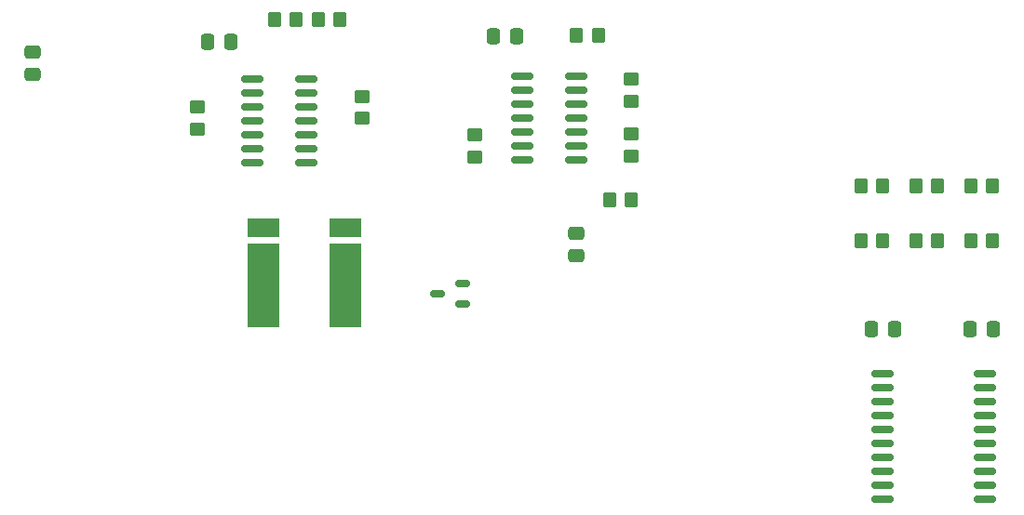
<source format=gbr>
%TF.GenerationSoftware,KiCad,Pcbnew,8.0.1*%
%TF.CreationDate,2024-07-30T14:49:36+02:00*%
%TF.ProjectId,driver,64726976-6572-42e6-9b69-6361645f7063,rev?*%
%TF.SameCoordinates,Original*%
%TF.FileFunction,Paste,Bot*%
%TF.FilePolarity,Positive*%
%FSLAX46Y46*%
G04 Gerber Fmt 4.6, Leading zero omitted, Abs format (unit mm)*
G04 Created by KiCad (PCBNEW 8.0.1) date 2024-07-30 14:49:36*
%MOMM*%
%LPD*%
G01*
G04 APERTURE LIST*
G04 Aperture macros list*
%AMRoundRect*
0 Rectangle with rounded corners*
0 $1 Rounding radius*
0 $2 $3 $4 $5 $6 $7 $8 $9 X,Y pos of 4 corners*
0 Add a 4 corners polygon primitive as box body*
4,1,4,$2,$3,$4,$5,$6,$7,$8,$9,$2,$3,0*
0 Add four circle primitives for the rounded corners*
1,1,$1+$1,$2,$3*
1,1,$1+$1,$4,$5*
1,1,$1+$1,$6,$7*
1,1,$1+$1,$8,$9*
0 Add four rect primitives between the rounded corners*
20,1,$1+$1,$2,$3,$4,$5,0*
20,1,$1+$1,$4,$5,$6,$7,0*
20,1,$1+$1,$6,$7,$8,$9,0*
20,1,$1+$1,$8,$9,$2,$3,0*%
G04 Aperture macros list end*
%ADD10RoundRect,0.250000X-0.350000X-0.450000X0.350000X-0.450000X0.350000X0.450000X-0.350000X0.450000X0*%
%ADD11RoundRect,0.250000X0.337500X0.475000X-0.337500X0.475000X-0.337500X-0.475000X0.337500X-0.475000X0*%
%ADD12RoundRect,0.250000X-0.450000X0.350000X-0.450000X-0.350000X0.450000X-0.350000X0.450000X0.350000X0*%
%ADD13RoundRect,0.150000X0.825000X0.150000X-0.825000X0.150000X-0.825000X-0.150000X0.825000X-0.150000X0*%
%ADD14RoundRect,0.250000X0.450000X-0.350000X0.450000X0.350000X-0.450000X0.350000X-0.450000X-0.350000X0*%
%ADD15R,2.946400X7.620000*%
%ADD16R,2.946400X1.676400*%
%ADD17RoundRect,0.150000X0.875000X0.150000X-0.875000X0.150000X-0.875000X-0.150000X0.875000X-0.150000X0*%
%ADD18RoundRect,0.250000X-0.475000X0.337500X-0.475000X-0.337500X0.475000X-0.337500X0.475000X0.337500X0*%
%ADD19RoundRect,0.250000X0.475000X-0.337500X0.475000X0.337500X-0.475000X0.337500X-0.475000X-0.337500X0*%
%ADD20RoundRect,0.150000X0.512500X0.150000X-0.512500X0.150000X-0.512500X-0.150000X0.512500X-0.150000X0*%
G04 APERTURE END LIST*
D10*
%TO.C,R7*%
X234350000Y-74175000D03*
X236350000Y-74175000D03*
%TD*%
D11*
%TO.C,C6*%
X203037500Y-60500000D03*
X200962500Y-60500000D03*
%TD*%
D12*
%TO.C,R10*%
X199250000Y-69500000D03*
X199250000Y-71500000D03*
%TD*%
D10*
%TO.C,R4*%
X181000000Y-59000000D03*
X183000000Y-59000000D03*
%TD*%
%TO.C,R14*%
X234350000Y-79175000D03*
X236350000Y-79175000D03*
%TD*%
D12*
%TO.C,R11*%
X213475000Y-64460000D03*
X213475000Y-66460000D03*
%TD*%
%TO.C,R3*%
X174000000Y-67000000D03*
X174000000Y-69000000D03*
%TD*%
D13*
%TO.C,U1*%
X183950000Y-64460000D03*
X183950000Y-65730000D03*
X183950000Y-67000000D03*
X183950000Y-68270000D03*
X183950000Y-69540000D03*
X183950000Y-70810000D03*
X183950000Y-72080000D03*
X179000000Y-72080000D03*
X179000000Y-70810000D03*
X179000000Y-69540000D03*
X179000000Y-68270000D03*
X179000000Y-67000000D03*
X179000000Y-65730000D03*
X179000000Y-64460000D03*
%TD*%
D10*
%TO.C,R16*%
X244350000Y-79175000D03*
X246350000Y-79175000D03*
%TD*%
%TO.C,R9*%
X244350000Y-74175000D03*
X246350000Y-74175000D03*
%TD*%
%TO.C,R6*%
X185000000Y-59000000D03*
X187000000Y-59000000D03*
%TD*%
D11*
%TO.C,C15*%
X246387500Y-87175000D03*
X244312500Y-87175000D03*
%TD*%
D10*
%TO.C,R1*%
X211475000Y-75460000D03*
X213475000Y-75460000D03*
%TD*%
%TO.C,R12*%
X208475000Y-60460000D03*
X210475000Y-60460000D03*
%TD*%
D14*
%TO.C,R5*%
X189000000Y-68000000D03*
X189000000Y-66000000D03*
%TD*%
D15*
%TO.C,R2*%
X187467600Y-83257800D03*
D16*
X187467600Y-78000000D03*
X180000000Y-78000000D03*
D15*
X180000000Y-83257800D03*
%TD*%
D17*
%TO.C,U3*%
X245650000Y-91285000D03*
X245650000Y-92555000D03*
X245650000Y-93825000D03*
X245650000Y-95095000D03*
X245650000Y-96365000D03*
X245650000Y-97635000D03*
X245650000Y-98905000D03*
X245650000Y-100175000D03*
X245650000Y-101445000D03*
X245650000Y-102715000D03*
X236350000Y-102715000D03*
X236350000Y-101445000D03*
X236350000Y-100175000D03*
X236350000Y-98905000D03*
X236350000Y-97635000D03*
X236350000Y-96365000D03*
X236350000Y-95095000D03*
X236350000Y-93825000D03*
X236350000Y-92555000D03*
X236350000Y-91285000D03*
%TD*%
D10*
%TO.C,R8*%
X239350000Y-74175000D03*
X241350000Y-74175000D03*
%TD*%
D18*
%TO.C,C1*%
X208500000Y-78462500D03*
X208500000Y-80537500D03*
%TD*%
D12*
%TO.C,R13*%
X213475000Y-69460000D03*
X213475000Y-71460000D03*
%TD*%
D11*
%TO.C,C7*%
X177037500Y-61000000D03*
X174962500Y-61000000D03*
%TD*%
D13*
%TO.C,U4*%
X208475000Y-64190000D03*
X208475000Y-65460000D03*
X208475000Y-66730000D03*
X208475000Y-68000000D03*
X208475000Y-69270000D03*
X208475000Y-70540000D03*
X208475000Y-71810000D03*
X203525000Y-71810000D03*
X203525000Y-70540000D03*
X203525000Y-69270000D03*
X203525000Y-68000000D03*
X203525000Y-66730000D03*
X203525000Y-65460000D03*
X203525000Y-64190000D03*
%TD*%
D10*
%TO.C,R15*%
X239350000Y-79175000D03*
X241350000Y-79175000D03*
%TD*%
D19*
%TO.C,C17*%
X159000000Y-64037500D03*
X159000000Y-61962500D03*
%TD*%
D11*
%TO.C,C14*%
X237387500Y-87175000D03*
X235312500Y-87175000D03*
%TD*%
D20*
%TO.C,Q2*%
X198137500Y-83050000D03*
X198137500Y-84950000D03*
X195862500Y-84000000D03*
%TD*%
M02*

</source>
